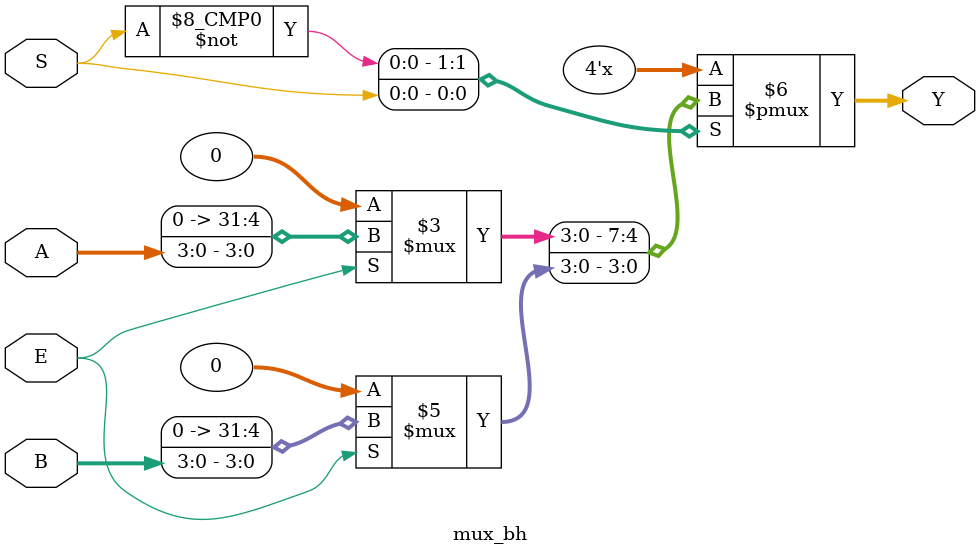
<source format=sv>
module mux_bh (
  // inputs
  input  logic [3:0] A, 
  input  logic [3:0] B,
  input  logic       E,  
  input  logic       S,
  // outputs
  output logic [3:0] Y
);
  // logic
  always_comb begin
    case (S)
      0 : Y = E ? A : 0;
      1 : Y = E ? B : 0;
    endcase
  end

endmodule

</source>
